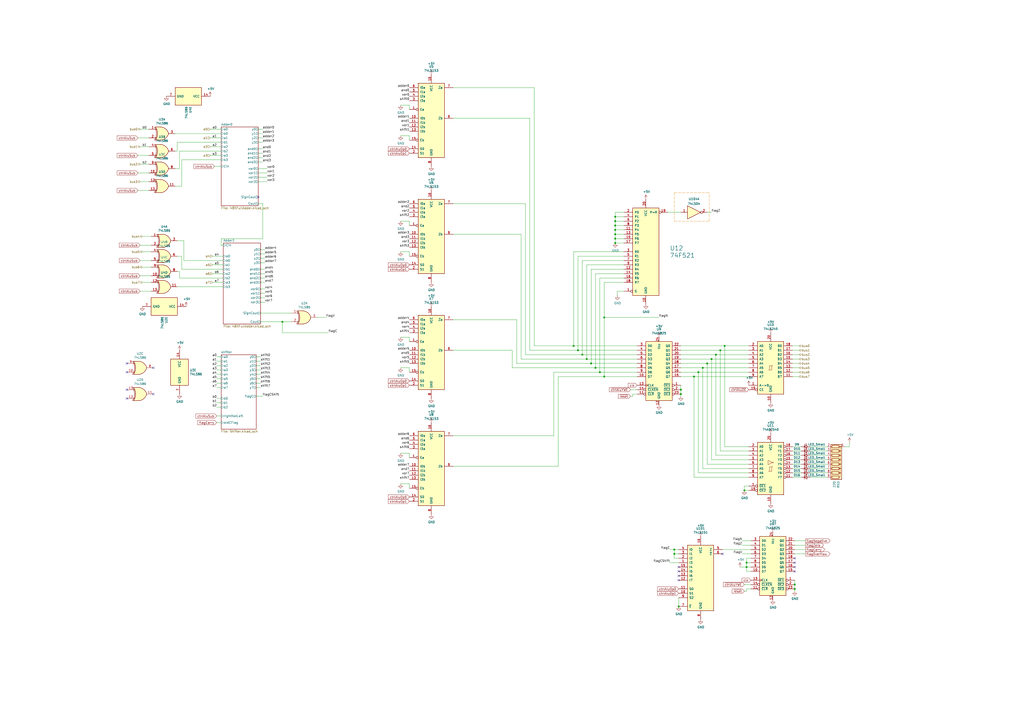
<source format=kicad_sch>
(kicad_sch (version 20211123) (generator eeschema)
  (paper "A2")
  (title_block (title "ALU") (date "2021-01-24") (rev "v01"))
  (junction (at 410.21 210.82))
  (junction (at 163.83 186.69))
  (junction (at 415.29 205.74))
  (junction (at 394.97 226.06))
  (junction (at 433.07 328.93))
  (junction (at 394.97 228.6))
  (junction (at 391.16 321.31))
  (junction (at 461.01 341.63))
  (junction (at 417.83 203.2))
  (junction (at 350.52 218.44))
  (junction (at 340.36 208.28))
  (junction (at 356.87 135.89))
  (junction (at 356.87 125.73))
  (junction (at 405.13 215.9))
  (junction (at 332.74 200.66))
  (junction (at 356.87 140.97))
  (junction (at 342.9 210.82))
  (junction (at 407.67 213.36))
  (junction (at 393.7 351.79))
  (junction (at 412.75 208.28))
  (junction (at 337.82 205.74))
  (junction (at 461.01 339.09))
  (junction (at 356.87 128.27))
  (junction (at 335.28 203.2))
  (junction (at 433.07 326.39))
  (junction (at 350.52 184.15))
  (junction (at 347.98 215.9))
  (junction (at 356.87 130.81))
  (junction (at 345.44 213.36))
  (junction (at 431.8 284.48))
  (junction (at 356.87 138.43))
  (junction (at 356.87 133.35))
  (junction (at 420.37 200.66))
  (junction (at 391.16 318.77))
  (junction (at 402.59 218.44))
  (no_connect (at 393.7 328.93))
  (no_connect (at 461.01 328.93))
  (no_connect (at 88.9 213.36))
  (no_connect (at 393.7 334.01))
  (no_connect (at 461.01 326.39))
  (no_connect (at 73.66 215.9))
  (no_connect (at 88.9 228.6))
  (no_connect (at 393.7 331.47))
  (no_connect (at 149.86 114.3))
  (no_connect (at 461.01 323.85))
  (no_connect (at 73.66 231.14))
  (no_connect (at 419.1 321.31))
  (no_connect (at 73.66 210.82))
  (no_connect (at 393.7 336.55))
  (no_connect (at 73.66 226.06))
  (no_connect (at 461.01 331.47))
  (wire (pts (xy 125.73 219.71) (xy 128.27 219.71)))
  (wire (pts (xy 350.52 218.44) (xy 369.57 218.44)))
  (wire (pts (xy 80.01 100.33) (xy 86.36 100.33)))
  (wire (pts (xy 102.87 87.63) (xy 102.87 82.55)))
  (wire (pts (xy 369.57 205.74) (xy 337.82 205.74)))
  (wire (pts (xy 433.07 326.39) (xy 435.61 326.39)))
  (wire (pts (xy 347.98 161.29) (xy 347.98 215.9)))
  (wire (pts (xy 420.37 259.08) (xy 420.37 200.66)))
  (wire (pts (xy 459.74 215.9) (xy 463.55 215.9)))
  (wire (pts (xy 480.06 266.7) (xy 469.9 266.7)))
  (wire (pts (xy 361.95 153.67) (xy 340.36 153.67)))
  (wire (pts (xy 232.41 78.74) (xy 237.49 78.74)))
  (wire (pts (xy 232.41 213.36) (xy 237.49 213.36)))
  (wire (pts (xy 407.67 213.36) (xy 434.34 213.36)))
  (wire (pts (xy 232.41 262.89) (xy 237.49 262.89)))
  (wire (pts (xy 184.15 184.15) (xy 189.23 184.15)))
  (wire (pts (xy 80.01 90.17) (xy 86.36 90.17)))
  (wire (pts (xy 152.4 80.01) (xy 149.86 80.01)))
  (wire (pts (xy 431.8 342.9) (xy 433.07 342.9)))
  (wire (pts (xy 393.7 321.31) (xy 391.16 321.31)))
  (wire (pts (xy 394.97 218.44) (xy 402.59 218.44)))
  (wire (pts (xy 388.62 326.39) (xy 393.7 326.39)))
  (wire (pts (xy 394.97 215.9) (xy 405.13 215.9)))
  (wire (pts (xy 434.34 271.78) (xy 407.67 271.78)))
  (wire (pts (xy 104.14 161.29) (xy 129.54 161.29)))
  (wire (pts (xy 361.95 123.19) (xy 356.87 123.19)))
  (wire (pts (xy 480.06 269.24) (xy 469.9 269.24)))
  (wire (pts (xy 232.41 60.96) (xy 237.49 60.96)))
  (wire (pts (xy 149.86 105.41) (xy 154.94 105.41)))
  (wire (pts (xy 394.97 228.6) (xy 394.97 229.87)))
  (wire (pts (xy 81.28 142.24) (xy 87.63 142.24)))
  (wire (pts (xy 345.44 213.36) (xy 345.44 158.75)))
  (wire (pts (xy 151.13 186.69) (xy 163.83 186.69)))
  (wire (pts (xy 332.74 146.05) (xy 332.74 200.66)))
  (wire (pts (xy 480.06 261.62) (xy 469.9 261.62)))
  (wire (pts (xy 163.83 193.04) (xy 190.5 193.04)))
  (wire (pts (xy 345.44 158.75) (xy 361.95 158.75)))
  (wire (pts (xy 405.13 215.9) (xy 434.34 215.9)))
  (wire (pts (xy 82.55 163.83) (xy 87.63 163.83)))
  (wire (pts (xy 431.8 339.09) (xy 435.61 339.09)))
  (wire (pts (xy 459.74 213.36) (xy 463.55 213.36)))
  (wire (pts (xy 419.1 318.77) (xy 435.61 318.77)))
  (wire (pts (xy 104.14 157.48) (xy 104.14 161.29)))
  (wire (pts (xy 297.18 213.36) (xy 345.44 213.36)))
  (wire (pts (xy 152.4 74.93) (xy 149.86 74.93)))
  (wire (pts (xy 433.07 323.85) (xy 433.07 326.39)))
  (wire (pts (xy 492.76 256.54) (xy 492.76 259.08)))
  (wire (pts (xy 128.27 142.24) (xy 129.54 142.24)))
  (wire (pts (xy 152.4 118.11) (xy 152.4 138.43)))
  (wire (pts (xy 149.86 82.55) (xy 152.4 82.55)))
  (wire (pts (xy 430.53 321.31) (xy 435.61 321.31)))
  (wire (pts (xy 412.75 208.28) (xy 434.34 208.28)))
  (wire (pts (xy 81.28 74.93) (xy 86.36 74.93)))
  (wire (pts (xy 480.06 274.32) (xy 469.9 274.32)))
  (wire (pts (xy 151.13 181.61) (xy 168.91 181.61)))
  (wire (pts (xy 332.74 200.66) (xy 309.88 200.66)))
  (polyline (pts (xy 411.48 128.27) (xy 411.48 111.76)) (stroke (width 0) (color 221 133 0 1)))
  (wire (pts (xy 232.41 146.05) (xy 237.49 146.05)))
  (wire (pts (xy 342.9 156.21) (xy 342.9 210.82)))
  (wire (pts (xy 459.74 203.2) (xy 463.55 203.2)))
  (wire (pts (xy 323.85 270.51) (xy 323.85 218.44)))
  (wire (pts (xy 123.19 158.75) (xy 129.54 158.75)))
  (wire (pts (xy 433.07 342.9) (xy 433.07 341.63)))
  (wire (pts (xy 393.7 351.79) (xy 393.7 346.71)))
  (wire (pts (xy 461.01 341.63) (xy 461.01 342.9)))
  (wire (pts (xy 410.21 210.82) (xy 434.34 210.82)))
  (wire (pts (xy 356.87 128.27) (xy 361.95 128.27)))
  (wire (pts (xy 345.44 213.36) (xy 369.57 213.36)))
  (polyline (pts (xy 391.16 128.27) (xy 411.48 128.27)) (stroke (width 0) (color 221 133 0 1)))
  (wire (pts (xy 101.6 107.95) (xy 105.41 107.95)))
  (wire (pts (xy 417.83 203.2) (xy 417.83 261.62)))
  (wire (pts (xy 464.82 261.62) (xy 459.74 261.62)))
  (wire (pts (xy 153.67 172.72) (xy 151.13 172.72)))
  (wire (pts (xy 356.87 128.27) (xy 356.87 130.81)))
  (wire (pts (xy 121.92 80.01) (xy 128.27 80.01)))
  (wire (pts (xy 149.86 88.9) (xy 152.4 88.9)))
  (wire (pts (xy 121.92 85.09) (xy 128.27 85.09)))
  (wire (pts (xy 430.53 313.69) (xy 435.61 313.69)))
  (wire (pts (xy 163.83 186.69) (xy 168.91 186.69)))
  (wire (pts (xy 299.72 185.42) (xy 262.89 185.42)))
  (wire (pts (xy 82.55 146.05) (xy 87.63 146.05)))
  (wire (pts (xy 307.34 203.2) (xy 335.28 203.2)))
  (wire (pts (xy 394.97 208.28) (xy 412.75 208.28)))
  (wire (pts (xy 369.57 200.66) (xy 332.74 200.66)))
  (wire (pts (xy 151.13 212.09) (xy 148.59 212.09)))
  (wire (pts (xy 152.4 86.36) (xy 149.86 86.36)))
  (wire (pts (xy 412.75 208.28) (xy 412.75 266.7)))
  (wire (pts (xy 365.76 229.87) (xy 367.03 229.87)))
  (wire (pts (xy 356.87 138.43) (xy 361.95 138.43)))
  (wire (pts (xy 151.13 175.26) (xy 153.67 175.26)))
  (wire (pts (xy 232.41 280.67) (xy 237.49 280.67)))
  (wire (pts (xy 361.95 146.05) (xy 332.74 146.05)))
  (wire (pts (xy 297.18 203.2) (xy 297.18 213.36)))
  (wire (pts (xy 163.83 186.69) (xy 163.83 193.04)))
  (wire (pts (xy 321.31 252.73) (xy 262.89 252.73)))
  (wire (pts (xy 433.07 326.39) (xy 433.07 328.93)))
  (wire (pts (xy 434.34 281.94) (xy 431.8 281.94)))
  (wire (pts (xy 299.72 210.82) (xy 299.72 185.42)))
  (wire (pts (xy 128.27 138.43) (xy 128.27 142.24)))
  (wire (pts (xy 433.07 341.63) (xy 435.61 341.63)))
  (wire (pts (xy 391.16 318.77) (xy 391.16 321.31)))
  (wire (pts (xy 232.41 195.58) (xy 237.49 195.58)))
  (wire (pts (xy 302.26 208.28) (xy 340.36 208.28)))
  (wire (pts (xy 153.67 161.29) (xy 151.13 161.29)))
  (wire (pts (xy 304.8 118.11) (xy 262.89 118.11)))
  (wire (pts (xy 461.01 313.69) (xy 467.36 313.69)))
  (wire (pts (xy 361.95 148.59) (xy 335.28 148.59)))
  (wire (pts (xy 105.41 92.71) (xy 128.27 92.71)))
  (wire (pts (xy 121.92 74.93) (xy 128.27 74.93)))
  (wire (pts (xy 431.8 281.94) (xy 431.8 284.48)))
  (wire (pts (xy 480.06 259.08) (xy 469.9 259.08)))
  (wire (pts (xy 105.41 148.59) (xy 105.41 156.21)))
  (wire (pts (xy 82.55 137.16) (xy 87.63 137.16)))
  (wire (pts (xy 125.73 231.14) (xy 128.27 231.14)))
  (wire (pts (xy 304.8 205.74) (xy 304.8 118.11)))
  (wire (pts (xy 81.28 85.09) (xy 86.36 85.09)))
  (wire (pts (xy 237.49 215.9) (xy 237.49 213.36)))
  (wire (pts (xy 237.49 148.59) (xy 237.49 146.05)))
  (wire (pts (xy 125.73 212.09) (xy 128.27 212.09)))
  (wire (pts (xy 434.34 259.08) (xy 420.37 259.08)))
  (wire (pts (xy 361.95 130.81) (xy 356.87 130.81)))
  (wire (pts (xy 151.13 163.83) (xy 153.67 163.83)))
  (wire (pts (xy 391.16 318.77) (xy 393.7 318.77)))
  (wire (pts (xy 391.16 323.85) (xy 391.16 321.31)))
  (wire (pts (xy 358.14 168.91) (xy 361.95 168.91)))
  (wire (pts (xy 393.7 323.85) (xy 391.16 323.85)))
  (wire (pts (xy 420.37 200.66) (xy 434.34 200.66)))
  (wire (pts (xy 153.67 149.86) (xy 151.13 149.86)))
  (wire (pts (xy 394.97 223.52) (xy 394.97 226.06)))
  (wire (pts (xy 394.97 210.82) (xy 410.21 210.82)))
  (wire (pts (xy 415.29 205.74) (xy 434.34 205.74)))
  (wire (pts (xy 125.73 245.11) (xy 128.27 245.11)))
  (wire (pts (xy 125.73 241.3) (xy 128.27 241.3)))
  (wire (pts (xy 101.6 77.47) (xy 128.27 77.47)))
  (wire (pts (xy 461.01 336.55) (xy 461.01 339.09)))
  (wire (pts (xy 262.89 135.89) (xy 302.26 135.89)))
  (wire (pts (xy 461.01 318.77) (xy 467.36 318.77)))
  (wire (pts (xy 337.82 205.74) (xy 304.8 205.74)))
  (wire (pts (xy 461.01 339.09) (xy 461.01 341.63)))
  (wire (pts (xy 412.75 266.7) (xy 434.34 266.7)))
  (wire (pts (xy 125.73 214.63) (xy 128.27 214.63)))
  (wire (pts (xy 361.95 161.29) (xy 347.98 161.29)))
  (wire (pts (xy 81.28 95.25) (xy 86.36 95.25)))
  (wire (pts (xy 148.59 209.55) (xy 151.13 209.55)))
  (wire (pts (xy 335.28 148.59) (xy 335.28 203.2)))
  (wire (pts (xy 237.49 128.27) (xy 237.49 130.81)))
  (wire (pts (xy 123.19 153.67) (xy 129.54 153.67)))
  (wire (pts (xy 237.49 60.96) (xy 237.49 63.5)))
  (wire (pts (xy 417.83 261.62) (xy 434.34 261.62)))
  (wire (pts (xy 347.98 215.9) (xy 321.31 215.9)))
  (wire (pts (xy 430.53 316.23) (xy 435.61 316.23)))
  (wire (pts (xy 105.41 156.21) (xy 129.54 156.21)))
  (wire (pts (xy 153.67 167.64) (xy 151.13 167.64)))
  (wire (pts (xy 464.82 269.24) (xy 459.74 269.24)))
  (wire (pts (xy 262.89 203.2) (xy 297.18 203.2)))
  (wire (pts (xy 350.52 184.15) (xy 382.27 184.15)))
  (wire (pts (xy 405.13 215.9) (xy 405.13 274.32)))
  (wire (pts (xy 480.06 264.16) (xy 469.9 264.16)))
  (wire (pts (xy 151.13 217.17) (xy 148.59 217.17)))
  (wire (pts (xy 335.28 203.2) (xy 369.57 203.2)))
  (wire (pts (xy 323.85 218.44) (xy 350.52 218.44)))
  (wire (pts (xy 492.76 259.08) (xy 490.22 259.08)))
  (wire (pts (xy 356.87 133.35) (xy 361.95 133.35)))
  (wire (pts (xy 153.67 144.78) (xy 151.13 144.78)))
  (wire (pts (xy 433.07 331.47) (xy 435.61 331.47)))
  (wire (pts (xy 394.97 226.06) (xy 394.97 228.6)))
  (wire (pts (xy 153.67 156.21) (xy 151.13 156.21)))
  (wire (pts (xy 106.68 139.7) (xy 106.68 151.13)))
  (wire (pts (xy 480.06 276.86) (xy 469.9 276.86)))
  (wire (pts (xy 151.13 170.18) (xy 153.67 170.18)))
  (wire (pts (xy 435.61 323.85) (xy 433.07 323.85)))
  (wire (pts (xy 340.36 153.67) (xy 340.36 208.28)))
  (wire (pts (xy 461.01 316.23) (xy 467.36 316.23)))
  (wire (pts (xy 394.97 213.36) (xy 407.67 213.36)))
  (wire (pts (xy 459.74 210.82) (xy 463.55 210.82)))
  (wire (pts (xy 464.82 276.86) (xy 459.74 276.86)))
  (wire (pts (xy 365.76 226.06) (xy 369.57 226.06)))
  (wire (pts (xy 149.86 118.11) (xy 152.4 118.11)))
  (wire (pts (xy 431.8 284.48) (xy 434.34 284.48)))
  (wire (pts (xy 459.74 208.28) (xy 463.55 208.28)))
  (polyline (pts (xy 391.16 111.76) (xy 391.16 128.27)) (stroke (width 0) (color 221 133 0 1)))
  (wire (pts (xy 237.49 283.21) (xy 237.49 280.67)))
  (wire (pts (xy 148.59 219.71) (xy 151.13 219.71)))
  (wire (pts (xy 101.6 87.63) (xy 102.87 87.63)))
  (wire (pts (xy 152.4 138.43) (xy 128.27 138.43)))
  (wire (pts (xy 82.55 154.94) (xy 87.63 154.94)))
  (wire (pts (xy 151.13 158.75) (xy 153.67 158.75)))
  (wire (pts (xy 367.03 229.87) (xy 367.03 228.6)))
  (wire (pts (xy 415.29 264.16) (xy 415.29 205.74)))
  (wire (pts (xy 464.82 266.7) (xy 459.74 266.7)))
  (wire (pts (xy 464.82 274.32) (xy 459.74 274.32)))
  (wire (pts (xy 358.14 171.45) (xy 358.14 168.91)))
  (wire (pts (xy 342.9 210.82) (xy 299.72 210.82)))
  (wire (pts (xy 356.87 123.19) (xy 356.87 125.73)))
  (wire (pts (xy 148.59 229.87) (xy 152.4 229.87)))
  (wire (pts (xy 262.89 50.8) (xy 309.88 50.8)))
  (wire (pts (xy 361.95 125.73) (xy 356.87 125.73)))
  (wire (pts (xy 81.28 168.91) (xy 87.63 168.91)))
  (wire (pts (xy 124.46 96.52) (xy 128.27 96.52)))
  (wire (pts (xy 410.21 210.82) (xy 410.21 269.24)))
  (wire (pts (xy 125.73 222.25) (xy 128.27 222.25)))
  (wire (pts (xy 148.59 224.79) (xy 151.13 224.79)))
  (wire (pts (xy 125.73 209.55) (xy 128.27 209.55)))
  (wire (pts (xy 369.57 210.82) (xy 342.9 210.82)))
  (wire (pts (xy 80.01 110.49) (xy 86.36 110.49)))
  (wire (pts (xy 125.73 217.17) (xy 128.27 217.17)))
  (wire (pts (xy 237.49 262.89) (xy 237.49 265.43)))
  (wire (pts (xy 321.31 215.9) (xy 321.31 252.73)))
  (wire (pts (xy 262.89 68.58) (xy 307.34 68.58)))
  (wire (pts (xy 152.4 91.44) (xy 149.86 91.44)))
  (wire (pts (xy 350.52 184.15) (xy 350.52 163.83)))
  (wire (pts (xy 480.06 271.78) (xy 469.9 271.78)))
  (wire (pts (xy 148.59 214.63) (xy 151.13 214.63)))
  (wire (pts (xy 151.13 207.01) (xy 148.59 207.01)))
  (wire (pts (xy 464.82 259.08) (xy 459.74 259.08)))
  (wire (pts (xy 337.82 151.13) (xy 337.82 205.74)))
  (wire (pts (xy 102.87 166.37) (xy 129.54 166.37)))
  (wire (pts (xy 125.73 207.01) (xy 128.27 207.01)))
  (wire (pts (xy 459.74 218.44) (xy 463.55 218.44)))
  (wire (pts (xy 149.86 100.33) (xy 154.94 100.33)))
  (wire (pts (xy 102.87 157.48) (xy 104.14 157.48)))
  (wire (pts (xy 340.36 208.28) (xy 369.57 208.28)))
  (wire (pts (xy 434.34 264.16) (xy 415.29 264.16)))
  (wire (pts (xy 394.97 200.66) (xy 420.37 200.66)))
  (wire (pts (xy 434.34 276.86) (xy 402.59 276.86)))
  (wire (pts (xy 464.82 264.16) (xy 459.74 264.16)))
  (wire (pts (xy 350.52 163.83) (xy 361.95 163.83)))
  (wire (pts (xy 149.86 77.47) (xy 152.4 77.47)))
  (wire (pts (xy 435.61 328.93) (xy 433.07 328.93)))
  (wire (pts (xy 232.41 128.27) (xy 237.49 128.27)))
  (wire (pts (xy 412.75 123.19) (xy 410.21 123.19)))
  (wire (pts (xy 407.67 271.78) (xy 407.67 213.36)))
  (wire (pts (xy 402.59 218.44) (xy 434.34 218.44)))
  (wire (pts (xy 302.26 135.89) (xy 302.26 208.28)))
  (wire (pts (xy 123.19 148.59) (xy 129.54 148.59)))
  (wire (pts (xy 387.35 123.19) (xy 394.97 123.19)))
  (wire (pts (xy 237.49 195.58) (xy 237.49 198.12)))
  (wire (pts (xy 309.88 50.8) (xy 309.88 200.66)))
  (wire (pts (xy 417.83 203.2) (xy 434.34 203.2)))
  (wire (pts (xy 102.87 148.59) (xy 105.41 148.59)))
  (wire (pts (xy 459.74 200.66) (xy 463.55 200.66)))
  (wire (pts (xy 121.92 90.17) (xy 128.27 90.17)))
  (wire (pts (xy 307.34 68.58) (xy 307.34 203.2)))
  (wire (pts (xy 356.87 130.81) (xy 356.87 133.35)))
  (wire (pts (xy 106.68 151.13) (xy 129.54 151.13)))
  (wire (pts (xy 394.97 205.74) (xy 415.29 205.74)))
  (wire (pts (xy 80.01 80.01) (xy 86.36 80.01)))
  (wire (pts (xy 237.49 81.28) (xy 237.49 78.74)))
  (wire (pts (xy 459.74 205.74) (xy 463.55 205.74)))
  (wire (pts (xy 104.14 87.63) (xy 128.27 87.63)))
  (wire (pts (xy 128.27 236.22) (xy 125.73 236.22)))
  (wire (pts (xy 361.95 151.13) (xy 337.82 151.13)))
  (wire (pts (xy 105.41 107.95) (xy 105.41 92.71)))
  (wire (pts (xy 367.03 228.6) (xy 369.57 228.6)))
  (wire (pts (xy 361.95 156.21) (xy 342.9 156.21)))
  (wire (pts (xy 86.36 105.41) (xy 81.28 105.41)))
  (wire (pts (xy 356.87 133.35) (xy 356.87 135.89)))
  (wire (pts (xy 102.87 139.7) (xy 106.68 139.7)))
  (wire (pts (xy 356.87 125.73) (xy 356.87 128.27)))
  (wire (pts (xy 361.95 135.89) (xy 356.87 135.89)))
  (wire (pts (xy 125.73 224.79) (xy 128.27 224.79)))
  (wire (pts (xy 405.13 274.32) (xy 434.34 274.32)))
  (wire (pts (xy 433.07 328.93) (xy 433.07 331.47)))
  (wire (pts (xy 369.57 215.9) (xy 347.98 215.9)))
  (wire (pts (xy 102.87 82.55) (xy 128.27 82.55)))
  (wire (pts (xy 356.87 140.97) (xy 361.95 140.97)))
  (wire (pts (xy 356.87 138.43) (xy 356.87 140.97)))
  (wire (pts (xy 104.14 87.63) (xy 104.14 97.79)))
  (wire (pts (xy 394.97 203.2) (xy 417.83 203.2)))
  (wire (pts (xy 151.13 147.32) (xy 153.67 147.32)))
  (wire (pts (xy 356.87 135.89) (xy 356.87 138.43)))
  (wire (pts (xy 410.21 269.24) (xy 434.34 269.24)))
  (wire (pts (xy 262.89 270.51) (xy 323.85 270.51)))
  (wire (pts (xy 128.27 233.68) (xy 125.73 233.68)))
  (wire (pts (xy 402.59 276.86) (xy 402.59 218.44)))
  (wire (pts (xy 151.13 152.4) (xy 153.67 152.4)))
  (wire (pts (xy 461.01 321.31) (xy 467.36 321.31)))
  (wire (pts (xy 388.62 318.77) (xy 391.16 318.77)))
  (wire (pts (xy 429.26 328.93) (xy 433.07 328.93)))
  (wire (pts (xy 149.86 93.98) (xy 152.4 93.98)))
  (wire (pts (xy 81.28 151.13) (xy 87.63 151.13)))
  (wire (pts (xy 81.28 160.02) (xy 87.63 160.02)))
  (wire (pts (xy 123.19 163.83) (xy 129.54 163.83)))
  (wire (pts (xy 101.6 97.79) (xy 104.14 97.79)))
  (polyline (pts (xy 391.16 111.76) (xy 411.48 111.76)) (stroke (width 0) (color 221 133 0 1)))
  (wire (pts (xy 464.82 271.78) (xy 459.74 271.78)))
  (wire (pts (xy 350.52 218.44) (xy 350.52 184.15)))
  (wire (pts (xy 151.13 222.25) (xy 148.59 222.25)))
  (wire (pts (xy 154.94 102.87) (xy 149.86 102.87)))
  (wire (pts (xy 154.94 97.79) (xy 149.86 97.79)))
  (label "shift6" (at 151.13 222.25 0))
  (label "and2" (at 237.49 120.65 180))
  (label "shift1" (at 237.49 76.2 180))
  (label "a2" (at 125.73 85.09 180))
  (label "xor4" (at 237.49 190.5 180))
  (label "adder3" (at 237.49 135.89 180))
  (label "adder2" (at 152.4 80.01 0))
  (label "xor3" (at 237.49 140.97 180))
  (label "flagC" (at 190.5 193.04 0))
  (label "and1" (at 152.4 88.9 0))
  (label "shift3" (at 237.49 143.51 180))
  (label "adder0" (at 237.49 50.8 180))
  (label "adder4" (at 153.67 144.78 0))
  (label "a0" (at 125.73 74.93 180))
  (label "adder5" (at 153.67 147.32 0))
  (label "adder1" (at 237.49 68.58 180))
  (label "xor6" (at 153.67 172.72 0))
  (label "b1" (at 85.09 85.09 180))
  (label "and7" (at 153.67 163.83 0))
  (label "a4" (at 125.73 217.17 180))
  (label "a5" (at 125.73 219.71 180))
  (label "xor1" (at 237.49 73.66 180))
  (label "and6" (at 237.49 255.27 180))
  (label "b1" (at 125.73 233.68 180))
  (label "shift1" (at 151.13 209.55 0))
  (label "shift2" (at 151.13 212.09 0))
  (label "b0" (at 125.73 231.14 180))
  (label "shift6" (at 237.49 260.35 180))
  (label "flagV" (at 430.53 321.31 180))
  (label "a3" (at 125.73 214.63 180))
  (label "shift7" (at 151.13 224.79 0))
  (label "shift0" (at 237.49 58.42 180))
  (label "a6" (at 125.73 222.25 180))
  (label "xor2" (at 237.49 123.19 180))
  (label "a7" (at 127 163.83 180))
  (label "shift3" (at 151.13 214.63 0))
  (label "and5" (at 153.67 158.75 0))
  (label "a7" (at 125.73 224.79 180))
  (label "shift5" (at 151.13 219.71 0))
  (label "and7" (at 237.49 273.05 180))
  (label "adder6" (at 153.67 149.86 0))
  (label "a1" (at 125.73 209.55 180))
  (label "adder4" (at 237.49 185.42 180))
  (label "and1" (at 237.49 71.12 180))
  (label "b0" (at 85.09 74.93 180))
  (label "flagZ" (at 430.53 316.23 180))
  (label "xor5" (at 237.49 208.28 180))
  (label "and3" (at 152.4 93.98 0))
  (label "a3" (at 125.73 90.17 180))
  (label "xor0" (at 154.94 97.79 0))
  (label "flagN" (at 430.53 313.69 180))
  (label "a0" (at 125.73 207.01 180))
  (label "xor0" (at 237.49 55.88 180))
  (label "xor6" (at 237.49 257.81 180))
  (label "xor5" (at 153.67 170.18 0))
  (label "and2" (at 152.4 91.44 0))
  (label "a2" (at 125.73 212.09 180))
  (label "shift2" (at 237.49 125.73 180))
  (label "and4" (at 153.67 156.21 0))
  (label "adder1" (at 152.4 77.47 0))
  (label "adder7" (at 153.67 152.4 0))
  (label "a6" (at 127 158.75 180))
  (label "flagC" (at 388.62 318.77 180))
  (label "shift4" (at 151.13 217.17 0))
  (label "flagN" (at 382.27 184.15 0))
  (label "xor7" (at 153.67 175.26 0))
  (label "and0" (at 152.4 86.36 0))
  (label "adder6" (at 237.49 252.73 180))
  (label "a4" (at 127 148.59 180))
  (label "shift5" (at 237.49 210.82 180))
  (label "adder7" (at 237.49 270.51 180))
  (label "b2" (at 125.73 236.22 180))
  (label "adder3" (at 152.4 82.55 0))
  (label "shift0" (at 151.13 207.01 0))
  (label "xor3" (at 154.94 105.41 0))
  (label "xor7" (at 237.49 275.59 180))
  (label "shift7" (at 237.49 278.13 180))
  (label "and4" (at 237.49 187.96 180))
  (label "a1" (at 125.73 80.01 180))
  (label "flagV" (at 189.23 184.15 0))
  (label "flagCShift" (at 388.62 326.39 180))
  (label "xor1" (at 154.94 100.33 0))
  (label "flagZ" (at 412.75 123.19 0))
  (label "shift4" (at 237.49 193.04 180))
  (label "adder0" (at 152.4 74.93 0))
  (label "and5" (at 237.49 205.74 180))
  (label "xor4" (at 153.67 167.64 0))
  (label "and3" (at 237.49 138.43 180))
  (label "and6" (at 153.67 161.29 0))
  (label "adder2" (at 237.49 118.11 180))
  (label "adder5" (at 237.49 203.2 180))
  (label "a5" (at 127 153.67 180))
  (label "and0" (at 237.49 53.34 180))
  (label "xor2" (at 154.94 102.87 0))
  (label "b2" (at 85.09 95.25 180))
  (label "flagCShift" (at 152.4 229.87 0))
  (global_label "ctrlAluOp1" (shape input) (at 237.49 290.83 180) (property "Intersheet References" "${INTERSHEET_REFS}" (effects hide)))
  (global_label "ctrlAluSub" (shape input) (at 80.01 110.49 180) (property "Intersheet References" "${INTERSHEET_REFS}" (effects hide)))
  (global_label "ctrlAluSub" (shape input) (at 81.28 151.13 180) (property "Intersheet References" "${INTERSHEET_REFS}" (effects hide)))
  (global_label "ctrlAluOp1" (shape input) (at 393.7 344.17 180) (property "Intersheet References" "${INTERSHEET_REFS}" (effects hide)))
  (global_label "clk" (shape input) (at 369.57 223.52 180) (property "Intersheet References" "${INTERSHEET_REFS}" (effects hide)))
  (global_label "ctrlAluOp0" (shape input) (at 237.49 153.67 180) (property "Intersheet References" "${INTERSHEET_REFS}" (effects hide)))
  (global_label "ctrlAluSub" (shape input) (at 81.28 168.91 180) (property "Intersheet References" "${INTERSHEET_REFS}" (effects hide)))
  (global_label "flagCarry" (shape input) (at 125.73 245.11 180) (property "Intersheet References" "${INTERSHEET_REFS}" (effects hide)))
  (global_label "ctrlAluOp1" (shape input) (at 237.49 88.9 180) (property "Intersheet References" "${INTERSHEET_REFS}" (effects hide)))
  (global_label "~{ctrlAluYWE}" (shape input) (at 431.8 339.09 180) (property "Intersheet References" "${INTERSHEET_REFS}" (effects hide)))
  (global_label "flagZero" (shape output) (at 467.36 316.23 0) (property "Intersheet References" "${INTERSHEET_REFS}" (effects hide)))
  (global_label "ctrlAluSub" (shape input) (at 80.01 100.33 180) (property "Intersheet References" "${INTERSHEET_REFS}" (effects hide)))
  (global_label "~{ctrlAluOE}" (shape input) (at 434.34 226.06 180) (property "Intersheet References" "${INTERSHEET_REFS}" (effects hide)))
  (global_label "ctrlAluOp0" (shape input) (at 237.49 288.29 180) (property "Intersheet References" "${INTERSHEET_REFS}" (effects hide)))
  (global_label "ctrlAluSub" (shape input) (at 124.46 96.52 180) (property "Intersheet References" "${INTERSHEET_REFS}" (effects hide)))
  (global_label "ctrlAluOp1" (shape input) (at 237.49 223.52 180) (property "Intersheet References" "${INTERSHEET_REFS}" (effects hide)))
  (global_label "~{reset}" (shape input) (at 365.76 229.87 180) (property "Intersheet References" "${INTERSHEET_REFS}" (effects hide)))
  (global_label "~{ctrlAluYWE}" (shape input) (at 365.76 226.06 180) (property "Intersheet References" "${INTERSHEET_REFS}" (effects hide)))
  (global_label "ctrlAluSub" (shape input) (at 81.28 142.24 180) (property "Intersheet References" "${INTERSHEET_REFS}" (effects hide)))
  (global_label "flagNegative" (shape output) (at 467.36 313.69 0) (property "Intersheet References" "${INTERSHEET_REFS}" (effects hide)))
  (global_label "ctrlAluSub" (shape input) (at 125.73 241.3 180) (property "Intersheet References" "${INTERSHEET_REFS}" (effects hide)))
  (global_label "clk" (shape input) (at 435.61 336.55 180) (property "Intersheet References" "${INTERSHEET_REFS}" (effects hide)))
  (global_label "ctrlAluOp1" (shape input) (at 237.49 156.21 180) (property "Intersheet References" "${INTERSHEET_REFS}" (effects hide)))
  (global_label "ctrlAluSub" (shape input) (at 80.01 90.17 180) (property "Intersheet References" "${INTERSHEET_REFS}" (effects hide)))
  (global_label "~{reset}" (shape input) (at 431.8 342.9 180) (property "Intersheet References" "${INTERSHEET_REFS}" (effects hide)))
  (global_label "flagOverflow" (shape output) (at 467.36 321.31 0) (property "Intersheet References" "${INTERSHEET_REFS}" (effects hide)))
  (global_label "ctrlAluSub" (shape input) (at 80.01 80.01 180) (property "Intersheet References" "${INTERSHEET_REFS}" (effects hide)))
  (global_label "ctrlAluOp0" (shape input) (at 393.7 341.63 180) (property "Intersheet References" "${INTERSHEET_REFS}" (effects hide)))
  (global_label "ctrlAluSub" (shape input) (at 81.28 160.02 180) (property "Intersheet References" "${INTERSHEET_REFS}" (effects hide)))
  (global_label "flagCarry" (shape output) (at 467.36 318.77 0) (property "Intersheet References" "${INTERSHEET_REFS}" (effects hide)))
  (global_label "ctrlAluOp0" (shape input) (at 237.49 220.98 180) (property "Intersheet References" "${INTERSHEET_REFS}" (effects hide)))
  (global_label "ctrlAluOp0" (shape input) (at 237.49 86.36 180) (property "Intersheet References" "${INTERSHEET_REFS}" (effects hide)))
  (hierarchical_label "bus3" (shape bidirectional) (at 81.28 105.41 180))
  (hierarchical_label "bus7" (shape bidirectional) (at 82.55 163.83 180))
  (hierarchical_label "a2" (shape input) (at 121.92 85.09 180))
  (hierarchical_label "bus3" (shape bidirectional) (at 463.55 208.28 0))
  (hierarchical_label "bus1" (shape bidirectional) (at 463.55 203.2 0))
  (hierarchical_label "a0" (shape input) (at 121.92 74.93 180))
  (hierarchical_label "a3" (shape input) (at 121.92 90.17 180))
  (hierarchical_label "bus6" (shape bidirectional) (at 82.55 154.94 180))
  (hierarchical_label "bus0" (shape bidirectional) (at 463.55 200.66 0))
  (hierarchical_label "a5" (shape input) (at 123.19 153.67 180))
  (hierarchical_label "bus0" (shape bidirectional) (at 81.28 74.93 180))
  (hierarchical_label "bus4" (shape bidirectional) (at 82.55 137.16 180))
  (hierarchical_label "bus2" (shape bidirectional) (at 463.55 205.74 0))
  (hierarchical_label "bus1" (shape bidirectional) (at 81.28 85.09 180))
  (hierarchical_label "a1" (shape input) (at 121.92 80.01 180))
  (hierarchical_label "bus5" (shape bidirectional) (at 463.55 213.36 0))
  (hierarchical_label "a7" (shape input) (at 123.19 163.83 180))
  (hierarchical_label "bus7" (shape bidirectional) (at 463.55 218.44 0))
  (hierarchical_label "bus6" (shape bidirectional) (at 463.55 215.9 0))
  (hierarchical_label "bus5" (shape bidirectional) (at 82.55 146.05 180))
  (hierarchical_label "a4" (shape input) (at 123.19 148.59 180))
  (hierarchical_label "bus2" (shape bidirectional) (at 81.28 95.25 180))
  (hierarchical_label "bus4" (shape bidirectional) (at 463.55 210.82 0))
  (hierarchical_label "a6" (shape input) (at 123.19 158.75 180))
  (symbol (lib_id "74xx:74LS86") (at 93.98 77.47 0) (unit 1)
    (property "Reference" "U3" (at 93.98 69.215 0))
    (property "Value" "74LS86" (at 93.98 71.5264 0))
    (property "Footprint" "Package_DIP:DIP-14_W7.62mm" (effects hide))
    (property "Datasheet" "74xx/74ls86.pdf" (effects hide))
  )
  (symbol (lib_id "74xx:74LS86") (at 93.98 87.63 0) (unit 2)
    (property "Reference" "U3" (at 93.98 79.375 0))
    (property "Value" "74LS86" (at 93.98 81.6864 0))
    (property "Footprint" "Package_DIP:DIP-14_W7.62mm" (effects hide))
    (property "Datasheet" "74xx/74ls86.pdf" (effects hide))
  )
  (symbol (lib_id "74xx:74LS86") (at 93.98 97.79 0) (unit 3)
    (property "Reference" "U3" (at 93.98 89.535 0))
    (property "Value" "74LS86" (at 93.98 91.8464 0))
    (property "Footprint" "Package_DIP:DIP-14_W7.62mm" (effects hide))
    (property "Datasheet" "74xx/74ls86.pdf" (effects hide))
  )
  (symbol (lib_id "74xx:74LS86") (at 93.98 107.95 0) (unit 4)
    (property "Reference" "U3" (at 93.98 99.695 0))
    (property "Value" "74LS86" (at 93.98 102.0064 0))
    (property "Footprint" "Package_DIP:DIP-14_W7.62mm" (effects hide))
    (property "Datasheet" "74xx/74ls86.pdf" (effects hide))
  )
  (symbol (lib_id "74xx:74LS86") (at 109.22 55.88 270) (unit 5)
    (property "Reference" "U4" (at 110.3884 61.722 0) (effects (justify left)))
    (property "Value" "74LS86" (at 108.077 61.722 0) (effects (justify left)))
    (property "Footprint" "Package_DIP:DIP-14_W7.62mm" (effects hide))
    (property "Datasheet" "74xx/74ls86.pdf" (effects hide))
  )
  (symbol (lib_id "74xx:74LS86") (at 95.25 139.7 0) (unit 1)
    (property "Reference" "U4" (at 95.25 131.445 0))
    (property "Value" "74LS86" (at 95.25 133.7564 0))
    (property "Footprint" "Package_DIP:DIP-14_W7.62mm" (effects hide))
    (property "Datasheet" "74xx/74ls86.pdf" (effects hide))
  )
  (symbol (lib_id "74xx:74LS86") (at 95.25 148.59 0) (unit 2)
    (property "Reference" "U4" (at 95.25 140.335 0))
    (property "Value" "74LS86" (at 95.25 142.6464 0))
    (property "Footprint" "Package_DIP:DIP-14_W7.62mm" (effects hide))
    (property "Datasheet" "74xx/74ls86.pdf" (effects hide))
  )
  (symbol (lib_id "74xx:74LS86") (at 95.25 157.48 0) (unit 3)
    (property "Reference" "U4" (at 95.25 149.225 0))
    (property "Value" "74LS86" (at 95.25 151.5364 0))
    (property "Footprint" "Package_DIP:DIP-14_W7.62mm" (effects hide))
    (property "Datasheet" "74xx/74ls86.pdf" (effects hide))
  )
  (symbol (lib_id "74xx:74LS86") (at 95.25 166.37 0) (unit 4)
    (property "Reference" "U4" (at 95.25 158.115 0))
    (property "Value" "74LS86" (at 95.25 160.4264 0))
    (property "Footprint" "Package_DIP:DIP-14_W7.62mm" (effects hide))
    (property "Datasheet" "74xx/74ls86.pdf" (effects hide))
  )
  (symbol (lib_id "74xx:74LS86") (at 95.25 177.8 270) (unit 5)
    (property "Reference" "U2" (at 96.4184 183.642 0) (effects (justify left)))
    (property "Value" "74LS86" (at 94.107 183.642 0) (effects (justify left)))
    (property "Footprint" "Package_DIP:DIP-14_W7.62mm" (effects hide))
    (property "Datasheet" "74xx/74ls86.pdf" (effects hide))
  )
  (symbol (lib_id "power:+5V") (at 121.92 55.88 0) (unit 1)
    (property "Reference" "#PWR013" (effects hide))
    (property "Value" "+5V" (at 122.301 51.4858 0))
  )
  (symbol (lib_id "power:+5V") (at 107.95 177.8 0) (unit 1)
    (property "Reference" "#PWR012" (effects hide))
    (property "Value" "+5V" (at 108.331 173.4058 0))
  )
  (symbol (lib_id "power:GND") (at 96.52 55.88 0) (unit 1)
    (property "Reference" "#PWR09" (effects hide))
    (property "Value" "GND" (at 96.647 60.2742 0))
  )
  (symbol (lib_id "power:GND") (at 82.55 177.8 0) (unit 1)
    (property "Reference" "#PWR08" (effects hide))
    (property "Value" "GND" (at 82.677 182.1942 0))
  )
  (symbol (lib_id "power:+5V") (at 382.27 195.58 0) (unit 1)
    (property "Reference" "#PWR030" (effects hide))
    (property "Value" "+5V" (at 382.27 189.23 0))
  )
  (symbol (lib_id "74xx:74LS245") (at 447.04 213.36 0) (unit 1)
    (property "Reference" "U10" (at 447.04 188.4426 0))
    (property "Value" "74LS245" (at 447.04 190.754 0))
    (property "Footprint" "Package_DIP:DIP-20_W7.62mm" (effects hide))
    (property "Datasheet" "http://www.ti.com/lit/gpn/sn74LS245" (effects hide))
  )
  (symbol (lib_id "power:GND") (at 447.04 233.68 0) (unit 1)
    (property "Reference" "#PWR040" (effects hide))
    (property "Value" "GND" (at 447.167 238.0742 0))
  )
  (symbol (lib_id "power:+5V") (at 447.04 193.04 0) (unit 1)
    (property "Reference" "#PWR039" (effects hide))
    (property "Value" "+5V" (at 447.04 186.69 0))
  )
  (symbol (lib_id "power:+5V") (at 434.34 223.52 0) (unit 1)
    (property "Reference" "#PWR036" (effects hide))
    (property "Value" "+5V" (at 434.721 219.1258 0))
  )
  (symbol (lib_id "power:GND") (at 382.27 234.95 0) (unit 1)
    (property "Reference" "#PWR031" (effects hide))
    (property "Value" "GND" (at 382.397 239.3442 0))
  )
  (symbol (lib_id "EDiC-rescue:74AS825-74xx") (at 382.27 213.36 0) (unit 1)
    (property "Reference" "U9" (at 382.27 190.9826 0))
    (property "Value" "74AS825" (at 382.27 193.294 0))
    (property "Datasheet" "https://www.ti.com/lit/ds/symlink/sn54as825a.pdf" (effects hide))
  )
  (symbol (lib_id "power:GND") (at 394.97 229.87 0) (unit 1)
    (property "Reference" "#PWR032" (effects hide))
    (property "Value" "GND" (at 395.097 234.2642 0))
  )
  (symbol (lib_id "power:+5V") (at 448.31 308.61 0) (unit 1)
    (property "Reference" "#PWR0312" (effects hide))
    (property "Value" "+5V" (at 448.31 302.26 0))
  )
  (symbol (lib_id "power:GND") (at 448.31 347.98 0) (unit 1)
    (property "Reference" "#PWR0313" (effects hide))
    (property "Value" "GND" (at 448.437 352.3742 0))
  )
  (symbol (lib_id "EDiC-rescue:74AS825-74xx") (at 448.31 326.39 0) (unit 1)
    (property "Reference" "U97" (at 448.31 304.0126 0))
    (property "Value" "74AS825" (at 448.31 306.324 0))
    (property "Datasheet" "https://www.ti.com/lit/ds/symlink/sn54as825a.pdf" (effects hide))
  )
  (symbol (lib_id "power:GND") (at 461.01 342.9 0) (unit 1)
    (property "Reference" "#PWR0314" (effects hide))
    (property "Value" "GND" (at 461.137 347.2942 0))
  )
  (symbol (lib_id "74xx:74LS86") (at 176.53 184.15 0) (unit 1)
    (property "Reference" "U2" (at 176.53 175.895 0))
    (property "Value" "74LS86" (at 176.53 178.2064 0))
    (property "Footprint" "Package_DIP:DIP-14_W7.62mm" (effects hide))
    (property "Datasheet" "74xx/74ls86.pdf" (effects hide))
  )
  (symbol (lib_id "74xx:74LS86") (at 81.28 213.36 0) (unit 3)
    (property "Reference" "U2" (at 81.28 205.105 0))
    (property "Value" "74LS86" (at 81.28 207.4164 0))
    (property "Footprint" "Package_DIP:DIP-14_W7.62mm" (effects hide))
    (property "Datasheet" "74xx/74ls86.pdf" (effects hide))
  )
  (symbol (lib_id "74xx:74LS86") (at 81.28 228.6 0) (unit 4)
    (property "Reference" "U2" (at 81.28 220.345 0))
    (property "Value" "74LS86" (at 81.28 222.6564 0))
    (property "Footprint" "Package_DIP:DIP-14_W7.62mm" (effects hide))
    (property "Datasheet" "74xx/74ls86.pdf" (effects hide))
  )
  (symbol (lib_id "74xx:74LS86") (at 104.14 215.9 0) (unit 5)
    (property "Reference" "U3" (at 109.982 214.7316 0) (effects (justify left)))
    (property "Value" "74LS86" (at 109.982 217.043 0) (effects (justify left)))
    (property "Footprint" "Package_DIP:DIP-14_W7.62mm" (effects hide))
    (property "Datasheet" "74xx/74ls86.pdf" (effects hide))
  )
  (symbol (lib_id "power:+5V") (at 104.14 203.2 0) (unit 1)
    (property "Reference" "#PWR010" (effects hide))
    (property "Value" "+5V" (at 104.521 198.8058 0))
  )
  (symbol (lib_id "power:GND") (at 104.14 228.6 0) (unit 1)
    (property "Reference" "#PWR011" (effects hide))
    (property "Value" "GND" (at 104.267 232.9942 0))
  )
  (symbol (lib_id "power:+5V") (at 429.26 328.93 0) (unit 1)
    (property "Reference" "#PWR0315" (effects hide))
    (property "Value" "+5V" (at 429.641 324.5358 0))
  )
  (symbol (lib_id "power:GND") (at 406.4 359.41 0) (unit 1)
    (property "Reference" "#PWR0326" (effects hide))
    (property "Value" "GND" (at 406.527 363.8042 0))
  )
  (symbol (lib_id "power:+5V") (at 406.4 311.15 0) (unit 1)
    (property "Reference" "#PWR0325" (effects hide))
    (property "Value" "+5V" (at 406.4 304.8 0))
  )
  (symbol (lib_id "74xx:74LS151") (at 406.4 334.01 0) (unit 1)
    (property "Reference" "U101" (at 406.4 306.5526 0))
    (property "Value" "74LS151" (at 406.4 308.864 0))
    (property "Datasheet" "http://www.ti.com/lit/gpn/sn74LS151" (effects hide))
  )
  (symbol (lib_id "power:GND") (at 393.7 351.79 0) (unit 1)
    (property "Reference" "#PWR0324" (effects hide))
    (property "Value" "GND" (at 393.827 356.1842 0))
  )
  (symbol (lib_id "74xx:74LS153") (at 250.19 68.58 0) (unit 1)
    (property "Reference" "U5" (at 250.19 38.5826 0))
    (property "Value" "74LS153" (at 250.19 40.894 0))
    (property "Datasheet" "http://www.ti.com/lit/gpn/sn74LS153" (effects hide))
  )
  (symbol (lib_id "power:GND") (at 250.19 96.52 0) (unit 1)
    (property "Reference" "#PWR023" (effects hide))
    (property "Value" "GND" (at 250.317 100.9142 0))
  )
  (symbol (lib_id "power:+5V") (at 250.19 43.18 0) (unit 1)
    (property "Reference" "#PWR022" (effects hide))
    (property "Value" "+5V" (at 250.19 36.83 0))
  )
  (symbol (lib_id "power:GND") (at 232.41 60.96 0) (unit 1)
    (property "Reference" "#PWR014" (effects hide))
    (property "Value" "GND" (at 232.537 65.3542 0))
  )
  (symbol (lib_id "power:GND") (at 232.41 78.74 0) (unit 1)
    (property "Reference" "#PWR015" (effects hide))
    (property "Value" "GND" (at 232.537 83.1342 0))
  )
  (symbol (lib_id "74xx:74LS153") (at 250.19 135.89 0) (unit 1)
    (property "Reference" "U6" (at 250.19 105.8926 0))
    (property "Value" "74LS153" (at 250.19 108.204 0))
    (property "Datasheet" "http://www.ti.com/lit/gpn/sn74LS153" (effects hide))
  )
  (symbol (lib_id "power:GND") (at 250.19 163.83 0) (unit 1)
    (property "Reference" "#PWR025" (effects hide))
    (property "Value" "GND" (at 250.317 168.2242 0))
  )
  (symbol (lib_id "power:+5V") (at 250.19 110.49 0) (unit 1)
    (property "Reference" "#PWR024" (effects hide))
    (property "Value" "+5V" (at 250.19 104.14 0))
  )
  (symbol (lib_id "power:GND") (at 232.41 128.27 0) (unit 1)
    (property "Reference" "#PWR016" (effects hide))
    (property "Value" "GND" (at 232.537 132.6642 0))
  )
  (symbol (lib_id "power:GND") (at 232.41 146.05 0) (unit 1)
    (property "Reference" "#PWR017" (effects hide))
    (property "Value" "GND" (at 232.537 150.4442 0))
  )
  (symbol (lib_id "74xx:74LS153") (at 250.19 203.2 0) (unit 1)
    (property "Reference" "U7" (at 250.19 173.2026 0))
    (property "Value" "74LS153" (at 250.19 175.514 0))
    (property "Datasheet" "http://www.ti.com/lit/gpn/sn74LS153" (effects hide))
  )
  (symbol (lib_id "power:GND") (at 250.19 231.14 0) (unit 1)
    (property "Reference" "#PWR027" (effects hide))
    (property "Value" "GND" (at 250.317 235.5342 0))
  )
  (symbol (lib_id "power:+5V") (at 250.19 177.8 0) (unit 1)
    (property "Reference" "#PWR026" (effects hide))
    (property "Value" "+5V" (at 250.19 171.45 0))
  )
  (symbol (lib_id "power:GND") (at 232.41 195.58 0) (unit 1)
    (property "Reference" "#PWR018" (effects hide))
    (property "Value" "GND" (at 232.537 199.9742 0))
  )
  (symbol (lib_id "power:GND") (at 232.41 213.36 0) (unit 1)
    (property "Reference" "#PWR019" (effects hide))
    (property "Value" "GND" (at 232.537 217.7542 0))
  )
  (symbol (lib_id "74xx:74LS153") (at 250.19 270.51 0) (unit 1)
    (property "Reference" "U8" (at 250.19 240.5126 0))
    (property "Value" "74LS153" (at 250.19 242.824 0))
    (property "Datasheet" "http://www.ti.com/lit/gpn/sn74LS153" (effects hide))
  )
  (symbol (lib_id "power:GND") (at 250.19 298.45 0) (unit 1)
    (property "Reference" "#PWR029" (effects hide))
    (property "Value" "GND" (at 250.317 302.8442 0))
  )
  (symbol (lib_id "power:+5V") (at 250.19 245.11 0) (unit 1)
    (property "Reference" "#PWR028" (effects hide))
    (property "Value" "+5V" (at 250.19 238.76 0))
  )
  (symbol (lib_id "power:GND") (at 232.41 262.89 0) (unit 1)
    (property "Reference" "#PWR020" (effects hide))
    (property "Value" "GND" (at 232.537 267.2842 0))
  )
  (symbol (lib_id "power:GND") (at 232.41 280.67 0) (unit 1)
    (property "Reference" "#PWR021" (effects hide))
    (property "Value" "GND" (at 232.537 285.0642 0))
  )
  (symbol (lib_id "EDiC-rescue:74F521") (at 389.89 143.51 0) (unit 1)
    (property "Reference" "U12" (at 388.4676 143.9418 0) (effects (font (size 2.54 2.54)) (justify left)))
    (property "Value" "74F521" (at 388.4676 148.1582 0) (effects (font (size 2.54 2.54)) (justify left)))
  )
  (symbol (lib_id "power:GND") (at 374.65 176.53 0) (unit 1)
    (property "Reference" "#PWR038" (effects hide))
    (property "Value" "GND" (at 374.777 180.9242 0))
  )
  (symbol (lib_id "power:+5V") (at 374.65 115.57 0) (unit 1)
    (property "Reference" "#PWR037" (effects hide))
    (property "Value" "+5V" (at 375.031 111.1758 0))
  )
  (symbol (lib_id "power:GND") (at 356.87 140.97 0) (unit 1)
    (property "Reference" "#PWR033" (effects hide))
    (property "Value" "GND" (at 356.997 145.3642 0))
  )
  (symbol (lib_id "power:GND") (at 358.14 171.45 0) (unit 1)
    (property "Reference" "#PWR034" (effects hide))
    (property "Value" "GND" (at 358.267 175.8442 0))
  )
  (symbol (lib_id "EDiC-rescue:74ABT540") (at 454.66 271.78 0) (unit 1)
    (property "Reference" "U11" (at 447.04 246.8626 0))
    (property "Value" "74ABT540" (at 447.04 249.174 0))
  )
  (symbol (lib_id "power:GND") (at 431.8 284.48 0) (unit 1)
    (property "Reference" "#PWR035" (effects hide))
    (property "Value" "GND" (at 431.927 288.8742 0))
  )
  (symbol (lib_id "power:GND") (at 447.04 292.1 0) (unit 1)
    (property "Reference" "#PWR042" (effects hide))
    (property "Value" "GND" (at 447.167 296.4942 0))
  )
  (symbol (lib_id "power:+5V") (at 447.04 251.46 0) (unit 1)
    (property "Reference" "#PWR041" (effects hide))
    (property "Value" "+5V" (at 447.04 245.11 0))
  )
  (symbol (lib_id "Device:LED_Small") (at 467.36 259.08 0) (unit 1)
    (property "Reference" "D9" (at 462.28 257.81 0))
    (property "Value" "LED_Small" (at 473.71 257.81 0))
  )
  (symbol (lib_id "Device:R_Network08") (at 485.14 269.24 270) (unit 1)
    (property "Reference" "RN3" (at 486.3084 279.0952 0) (effects (justify left)))
    (property "Value" "220" (at 483.997 279.0952 0) (effects (justify left)))
    (property "Footprint" "Resistor_THT:R_Array_SIP9" (effects hide))
    (property "Datasheet" "http://www.vishay.com/docs/31509/csc.pdf" (effects hide))
  )
  (symbol (lib_id "power:+5V") (at 492.76 256.54 0) (unit 1)
    (property "Reference" "#PWR043" (effects hide))
    (property "Value" "+5V" (at 493.141 252.1458 0))
  )
  (symbol (lib_id "Device:LED_Small") (at 467.36 261.62 0) (unit 1)
    (property "Reference" "D10" (at 462.28 260.35 0))
    (property "Value" "LED_Small" (at 473.71 260.35 0))
  )
  (symbol (lib_id "Device:LED_Small") (at 467.36 264.16 0) (unit 1)
    (property "Reference" "D11" (at 462.28 262.89 0))
    (property "Value" "LED_Small" (at 473.71 262.89 0))
  )
  (symbol (lib_id "Device:LED_Small") (at 467.36 266.7 0) (unit 1)
    (property "Reference" "D12" (at 462.28 265.43 0))
    (property "Value" "LED_Small" (at 473.71 265.43 0))
  )
  (symbol (lib_id "Device:LED_Small") (at 467.36 269.24 0) (unit 1)
    (property "Reference" "D13" (at 462.28 267.97 0))
    (property "Value" "LED_Small" (at 473.71 267.97 0))
  )
  (symbol (lib_id "Device:LED_Small") (at 467.36 271.78 0) (unit 1)
    (property "Reference" "D14" (at 462.28 270.51 0))
    (property "Value" "LED_Small" (at 473.71 270.51 0))
  )
  (symbol (lib_id "Device:LED_Small") (at 467.36 274.32 0) (unit 1)
    (property "Reference" "D15" (at 462.28 273.05 0))
    (property "Value" "LED_Small" (at 473.71 273.05 0))
  )
  (symbol (lib_id "Device:LED_Small") (at 467.36 276.86 0) (unit 1)
    (property "Reference" "D16" (at 462.28 275.59 0))
    (property "Value" "LED_Small" (at 473.71 275.59 0))
  )
  (symbol (lib_id "74xx:74LS04") (at 402.59 123.19 0) (unit 1)
    (property "Reference" "U104" (at 402.59 115.4135 0))
    (property "Value" "74LS04" (at 402.59 118.1886 0))
    (property "Datasheet" "http://www.ti.com/lit/gpn/sn74LS04" (effects hide))
  )
  (sheet (at 128.27 73.66) (size 21.59 45.72)
    (property "Sheet name" "Adder0" (at 128.27 72.9484 0) (effects (justify left bottom)))
    (property "Sheet file" "4BitFullAdder.kicad_sch" (at 128.27 119.9646 0) (effects (justify left top)))
    (pin "Cin" input (at 128.27 96.52 180))
    (pin "Cout" output (at 149.86 118.11 0))
    (pin "a0" input (at 128.27 74.93 180))
    (pin "b0" input (at 128.27 77.47 180))
    (pin "a1" input (at 128.27 80.01 180))
    (pin "a2" input (at 128.27 85.09 180))
    (pin "a3" input (at 128.27 90.17 180))
    (pin "b1" input (at 128.27 82.55 180))
    (pin "b2" input (at 128.27 87.63 180))
    (pin "b3" input (at 128.27 92.71 180))
    (pin "y0" output (at 149.86 74.93 0))
    (pin "y1" output (at 149.86 77.47 0))
    (pin "y2" output (at 149.86 80.01 0))
    (pin "y3" output (at 149.86 82.55 0))
    (pin "and0" output (at 149.86 86.36 0))
    (pin "and1" output (at 149.86 88.9 0))
    (pin "and3" output (at 149.86 93.98 0))
    (pin "and2" output (at 149.86 91.44 0))
    (pin "xor0" output (at 149.86 97.79 0))
    (pin "xor1" output (at 149.86 100.33 0))
    (pin "xor2" output (at 149.86 102.87 0))
    (pin "xor3" output (at 149.86 105.41 0))
    (pin "SignCout" output (at 149.86 114.3 0))
  )
  (sheet (at 129.54 140.97) (size 21.59 46.99)
    (property "Sheet name" "Adder1" (at 129.54 140.2584 0) (effects (justify left bottom)))
    (property "Sheet file" "4BitFullAdder.kicad_sch" (at 129.54 188.5446 0) (effects (justify left top)))
    (pin "Cin" input (at 129.54 142.24 180))
    (pin "Cout" output (at 151.13 186.69 0))
    (pin "a0" input (at 129.54 148.59 180))
    (pin "b0" input (at 129.54 151.13 180))
    (pin "a1" input (at 129.54 153.67 180))
    (pin "a2" input (at 129.54 158.75 180))
    (pin "a3" input (at 129.54 163.83 180))
    (pin "b1" input (at 129.54 156.21 180))
    (pin "b2" input (at 129.54 161.29 180))
    (pin "b3" input (at 129.54 166.37 180))
    (pin "y0" output (at 151.13 144.78 0))
    (pin "y1" output (at 151.13 147.32 0))
    (pin "y2" output (at 151.13 149.86 0))
    (pin "y3" output (at 151.13 152.4 0))
    (pin "and0" output (at 151.13 156.21 0))
    (pin "and1" output (at 151.13 158.75 0))
    (pin "and3" output (at 151.13 163.83 0))
    (pin "and2" output (at 151.13 161.29 0))
    (pin "xor0" output (at 151.13 167.64 0))
    (pin "xor1" output (at 151.13 170.18 0))
    (pin "xor2" output (at 151.13 172.72 0))
    (pin "xor3" output (at 151.13 175.26 0))
    (pin "SignCout" output (at 151.13 181.61 0))
  )
  (sheet (at 128.27 205.74) (size 20.32 43.18)
    (property "Sheet name" "shifter" (at 128.27 205.0284 0) (effects (justify left bottom)))
    (property "Sheet file" "Shifter.kicad_sch" (at 128.27 249.5046 0) (effects (justify left top)))
    (pin "a0" input (at 128.27 207.01 180))
    (pin "a1" input (at 128.27 209.55 180))
    (pin "a2" input (at 128.27 212.09 180))
    (pin "a3" input (at 128.27 214.63 180))
    (pin "a4" input (at 128.27 217.17 180))
    (pin "a5" input (at 128.27 219.71 180))
    (pin "a6" input (at 128.27 222.25 180))
    (pin "a7" input (at 128.27 224.79 180))
    (pin "rightNotLeft" input (at 128.27 241.3 180))
    (pin "b0" input (at 128.27 231.14 180))
    (pin "b1" input (at 128.27 233.68 180))
    (pin "b2" input (at 128.27 236.22 180))
    (pin "y0" output (at 148.59 207.01 0))
    (pin "y1" output (at 148.59 209.55 0))
    (pin "y2" output (at 148.59 212.09 0))
    (pin "y3" output (at 148.59 214.63 0))
    (pin "y4" output (at 148.59 217.17 0))
    (pin "y5" output (at 148.59 219.71 0))
    (pin "y6" output (at 148.59 222.25 0))
    (pin "y7" output (at 148.59 224.79 0))
    (pin "oldCFlag" input (at 128.27 245.11 180))
    (pin "flagC" output (at 148.59 229.87 0))
  )
)
</source>
